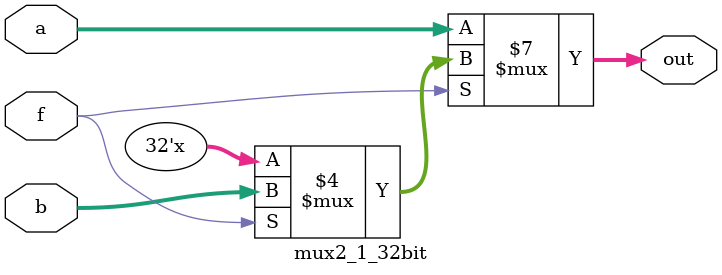
<source format=v>
module mux2_1_32bit (f, a, b, out);

		input f;
		input [31:0] a, b;
		output reg [31:0] out;
		always@(*) begin
			if (f==0) begin
					out <= a;
					
			end
				else if (f==1) begin
						out <= b;
			end
	end
endmodule 
</source>
